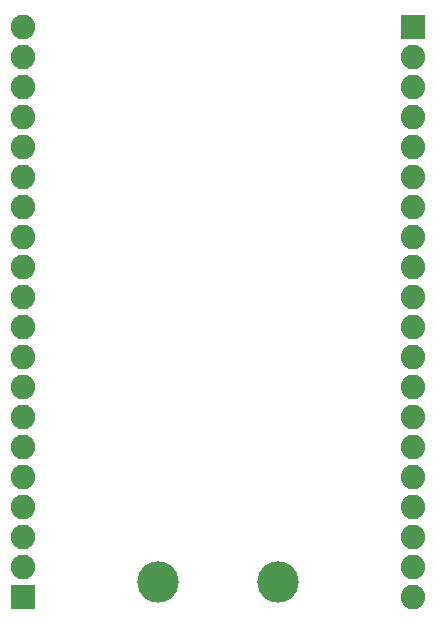
<source format=gbr>
G04 EAGLE Gerber RS-274X export*
G75*
%MOMM*%
%FSLAX34Y34*%
%LPD*%
%INSoldermask Bottom*%
%IPPOS*%
%AMOC8*
5,1,8,0,0,1.08239X$1,22.5*%
G01*
%ADD10R,2.082800X2.082800*%
%ADD11C,2.082800*%
%ADD12C,3.505200*%


D10*
X12700Y12700D03*
D11*
X12700Y38100D03*
X12700Y63500D03*
X12700Y88900D03*
X12700Y114300D03*
X12700Y139700D03*
X12700Y165100D03*
X12700Y190500D03*
X12700Y215900D03*
X12700Y241300D03*
X12700Y266700D03*
X12700Y292100D03*
X12700Y317500D03*
X12700Y342900D03*
X12700Y368300D03*
X12700Y393700D03*
X12700Y419100D03*
X12700Y444500D03*
X12700Y469900D03*
X12700Y495300D03*
D10*
X342900Y495300D03*
D11*
X342900Y469900D03*
X342900Y444500D03*
X342900Y419100D03*
X342900Y393700D03*
X342900Y368300D03*
X342900Y342900D03*
X342900Y317500D03*
X342900Y292100D03*
X342900Y266700D03*
X342900Y241300D03*
X342900Y215900D03*
X342900Y190500D03*
X342900Y165100D03*
X342900Y139700D03*
X342900Y114300D03*
X342900Y88900D03*
X342900Y63500D03*
X342900Y38100D03*
X342900Y12700D03*
D12*
X127000Y25400D03*
X228600Y25400D03*
M02*

</source>
